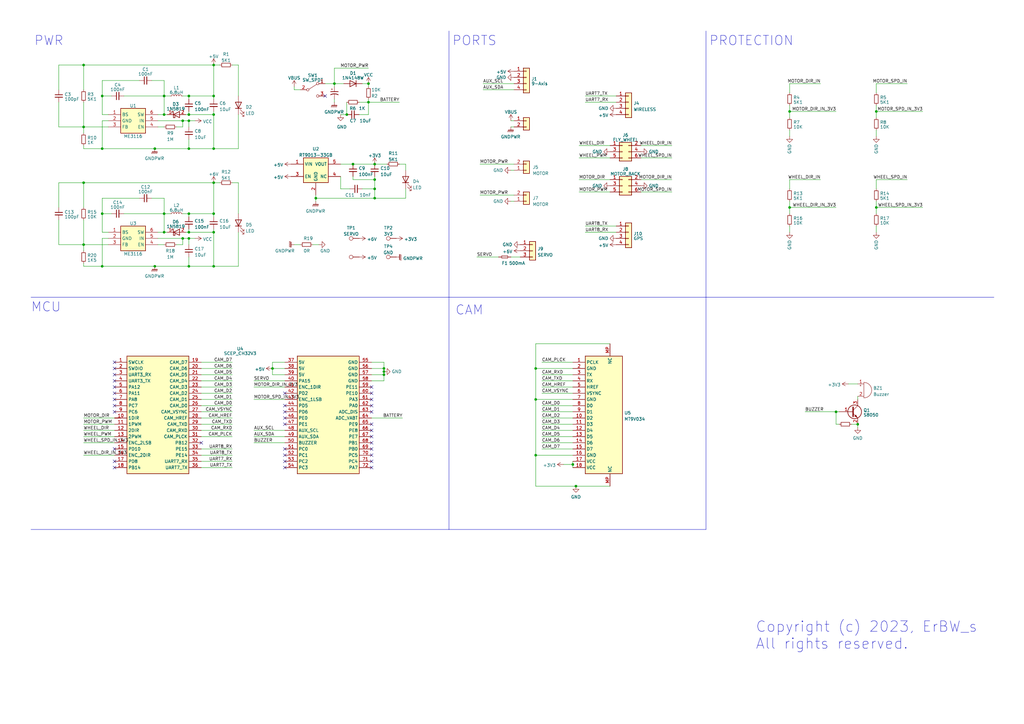
<source format=kicad_sch>
(kicad_sch (version 20230121) (generator eeschema)
  (paper "A3")
  (junction (at 77.47 60.96))
  (junction (at 144.78 67.31))
  (junction (at 41.91 109.22))
  (junction (at 77.47 109.22))
  (junction (at 87.63 60.96))
  (junction (at 63.5 60.96))
  (junction (at 77.47 39.37))
  (junction (at 74.93 97.79))
  (junction (at 34.29 100.33))
  (junction (at 87.63 87.63))
  (junction (at 87.63 74.93))
  (junction (at 157.48 153.67))
  (junction (at 77.47 97.79))
  (junction (at 77.47 87.63))
  (junction (at 87.63 109.22))
  (junction (at 87.63 26.67))
  (junction (at 137.16 34.29))
  (junction (at 359.41 85.09))
  (junction (at 219.71 163.83))
  (junction (at 67.31 39.37))
  (junction (at 63.5 109.22))
  (junction (at 87.63 95.25))
  (junction (at 34.29 74.93))
  (junction (at 236.22 199.39))
  (junction (at 34.29 26.67))
  (junction (at 67.31 95.25))
  (junction (at 41.91 60.96))
  (junction (at 157.48 152.4))
  (junction (at 234.95 190.5))
  (junction (at 219.71 186.69))
  (junction (at 323.85 45.72))
  (junction (at 111.76 151.13))
  (junction (at 219.71 151.13))
  (junction (at 129.54 81.28))
  (junction (at 34.29 52.07))
  (junction (at 153.67 67.31))
  (junction (at 77.47 49.53))
  (junction (at 41.91 87.63))
  (junction (at 359.41 45.72))
  (junction (at 342.9 168.91))
  (junction (at 157.48 151.13))
  (junction (at 74.93 49.53))
  (junction (at 151.13 34.29))
  (junction (at 153.67 81.28))
  (junction (at 87.63 46.99))
  (junction (at 67.31 87.63))
  (junction (at 351.79 173.99))
  (junction (at 41.91 39.37))
  (junction (at 151.13 41.91))
  (junction (at 77.47 46.99))
  (junction (at 323.85 85.09))
  (junction (at 67.31 46.99))
  (junction (at 153.67 73.66))
  (junction (at 77.47 95.25))
  (junction (at 142.24 46.99))
  (junction (at 153.67 77.47))
  (junction (at 87.63 39.37))
  (no_connect (at 152.4 173.99))
  (no_connect (at 152.4 176.53))
  (no_connect (at 116.84 161.29))
  (no_connect (at 46.99 189.23))
  (no_connect (at 152.4 179.07))
  (no_connect (at 46.99 184.15))
  (no_connect (at 152.4 184.15))
  (no_connect (at 152.4 186.69))
  (no_connect (at 82.55 181.61))
  (no_connect (at 116.84 186.69))
  (no_connect (at 46.99 158.75))
  (no_connect (at 152.4 189.23))
  (no_connect (at 152.4 161.29))
  (no_connect (at 116.84 189.23))
  (no_connect (at 116.84 191.77))
  (no_connect (at 133.35 39.37))
  (no_connect (at 46.99 168.91))
  (no_connect (at 152.4 163.83))
  (no_connect (at 116.84 166.37))
  (no_connect (at 152.4 158.75))
  (no_connect (at 46.99 166.37))
  (no_connect (at 152.4 166.37))
  (no_connect (at 152.4 181.61))
  (no_connect (at 152.4 168.91))
  (no_connect (at 116.84 168.91))
  (no_connect (at 116.84 184.15))
  (no_connect (at 116.84 173.99))
  (no_connect (at 46.99 156.21))
  (no_connect (at 116.84 171.45))
  (no_connect (at 46.99 161.29))
  (no_connect (at 46.99 151.13))
  (no_connect (at 46.99 163.83))
  (no_connect (at 46.99 148.59))
  (no_connect (at 46.99 191.77))
  (no_connect (at 152.4 191.77))
  (no_connect (at 46.99 153.67))
  (wire (pts (xy 137.16 40.64) (xy 137.16 41.91)))
  (wire (pts (xy 240.03 39.37) (xy 252.73 39.37)))
  (wire (pts (xy 41.91 97.79) (xy 41.91 109.22)))
  (wire (pts (xy 50.8 39.37) (xy 67.31 39.37)))
  (wire (pts (xy 323.85 43.18) (xy 323.85 45.72)))
  (wire (pts (xy 64.77 100.33) (xy 67.31 100.33)))
  (wire (pts (xy 144.78 67.31) (xy 153.67 67.31)))
  (wire (pts (xy 152.4 153.67) (xy 157.48 153.67)))
  (wire (pts (xy 166.37 81.28) (xy 153.67 81.28)))
  (wire (pts (xy 77.47 49.53) (xy 77.47 52.07)))
  (wire (pts (xy 151.13 34.29) (xy 151.13 35.56)))
  (wire (pts (xy 219.71 163.83) (xy 234.95 163.83)))
  (wire (pts (xy 41.91 39.37) (xy 41.91 33.02)))
  (wire (pts (xy 275.59 64.77) (xy 262.89 64.77)))
  (wire (pts (xy 41.91 49.53) (xy 41.91 60.96)))
  (wire (pts (xy 34.29 109.22) (xy 41.91 109.22)))
  (wire (pts (xy 323.85 82.55) (xy 323.85 85.09)))
  (wire (pts (xy 104.14 158.75) (xy 116.84 158.75)))
  (polyline (pts (xy 184.15 12.7) (xy 184.15 121.92)))
  (polyline (pts (xy 289.56 121.92) (xy 407.67 121.92)))
  (polyline (pts (xy 12.7 121.92) (xy 184.15 121.92)))
  (wire (pts (xy 87.63 88.9) (xy 87.63 87.63)))
  (wire (pts (xy 275.59 78.74) (xy 262.89 78.74)))
  (wire (pts (xy 34.29 181.61) (xy 46.99 181.61)))
  (wire (pts (xy 72.39 100.33) (xy 74.93 100.33)))
  (wire (pts (xy 219.71 151.13) (xy 234.95 151.13)))
  (wire (pts (xy 104.14 179.07) (xy 116.84 179.07)))
  (wire (pts (xy 222.25 179.07) (xy 234.95 179.07)))
  (wire (pts (xy 95.25 163.83) (xy 82.55 163.83)))
  (wire (pts (xy 41.91 33.02) (xy 57.15 33.02)))
  (wire (pts (xy 336.55 73.66) (xy 323.85 73.66)))
  (wire (pts (xy 359.41 45.72) (xy 359.41 48.26)))
  (wire (pts (xy 87.63 109.22) (xy 87.63 95.25)))
  (wire (pts (xy 95.25 173.99) (xy 82.55 173.99)))
  (wire (pts (xy 234.95 189.23) (xy 234.95 190.5)))
  (wire (pts (xy 77.47 49.53) (xy 80.01 49.53)))
  (wire (pts (xy 77.47 60.96) (xy 87.63 60.96)))
  (wire (pts (xy 77.47 105.41) (xy 77.47 109.22)))
  (wire (pts (xy 77.47 87.63) (xy 77.47 88.9)))
  (wire (pts (xy 67.31 39.37) (xy 67.31 46.99)))
  (polyline (pts (xy 184.15 217.17) (xy 289.56 217.17)))
  (wire (pts (xy 323.85 55.88) (xy 323.85 53.34)))
  (wire (pts (xy 34.29 41.91) (xy 34.29 52.07)))
  (wire (pts (xy 41.91 60.96) (xy 63.5 60.96)))
  (wire (pts (xy 41.91 97.79) (xy 44.45 97.79)))
  (wire (pts (xy 129.54 81.28) (xy 129.54 80.01)))
  (wire (pts (xy 95.25 176.53) (xy 82.55 176.53)))
  (wire (pts (xy 240.03 92.71) (xy 252.73 92.71)))
  (wire (pts (xy 24.13 90.17) (xy 24.13 100.33)))
  (wire (pts (xy 234.95 190.5) (xy 234.95 191.77)))
  (wire (pts (xy 34.29 186.69) (xy 46.99 186.69)))
  (wire (pts (xy 41.91 95.25) (xy 41.91 87.63)))
  (wire (pts (xy 323.85 85.09) (xy 323.85 87.63)))
  (wire (pts (xy 209.55 69.85) (xy 210.82 69.85)))
  (wire (pts (xy 97.79 60.96) (xy 87.63 60.96)))
  (wire (pts (xy 359.41 95.25) (xy 359.41 92.71)))
  (wire (pts (xy 67.31 95.25) (xy 68.58 95.25)))
  (wire (pts (xy 323.85 45.72) (xy 323.85 48.26)))
  (wire (pts (xy 64.77 52.07) (xy 67.31 52.07)))
  (wire (pts (xy 139.7 67.31) (xy 144.78 67.31)))
  (wire (pts (xy 95.25 186.69) (xy 82.55 186.69)))
  (wire (pts (xy 63.5 109.22) (xy 77.47 109.22)))
  (wire (pts (xy 153.67 72.39) (xy 153.67 73.66)))
  (wire (pts (xy 63.5 60.96) (xy 77.47 60.96)))
  (wire (pts (xy 147.32 46.99) (xy 151.13 46.99)))
  (wire (pts (xy 323.85 85.09) (xy 342.9 85.09)))
  (wire (pts (xy 34.29 36.83) (xy 34.29 26.67)))
  (wire (pts (xy 359.41 85.09) (xy 359.41 87.63)))
  (wire (pts (xy 323.85 95.25) (xy 323.85 92.71)))
  (wire (pts (xy 342.9 173.99) (xy 342.9 168.91)))
  (wire (pts (xy 34.29 60.96) (xy 41.91 60.96)))
  (wire (pts (xy 87.63 26.67) (xy 87.63 39.37)))
  (wire (pts (xy 139.7 77.47) (xy 143.51 77.47)))
  (wire (pts (xy 166.37 77.47) (xy 166.37 81.28)))
  (wire (pts (xy 62.23 33.02) (xy 67.31 33.02)))
  (wire (pts (xy 323.85 73.66) (xy 323.85 77.47)))
  (wire (pts (xy 237.49 73.66) (xy 250.19 73.66)))
  (wire (pts (xy 137.16 34.29) (xy 137.16 35.56)))
  (wire (pts (xy 231.14 190.5) (xy 234.95 190.5)))
  (wire (pts (xy 95.25 148.59) (xy 82.55 148.59)))
  (wire (pts (xy 222.25 158.75) (xy 234.95 158.75)))
  (wire (pts (xy 372.11 34.29) (xy 359.41 34.29)))
  (wire (pts (xy 198.12 36.83) (xy 210.82 36.83)))
  (wire (pts (xy 41.91 81.28) (xy 57.15 81.28)))
  (wire (pts (xy 95.25 151.13) (xy 82.55 151.13)))
  (wire (pts (xy 330.2 168.91) (xy 342.9 168.91)))
  (wire (pts (xy 95.25 26.67) (xy 97.79 26.67)))
  (polyline (pts (xy 184.15 121.92) (xy 289.56 121.92)))
  (wire (pts (xy 95.25 161.29) (xy 82.55 161.29)))
  (wire (pts (xy 133.35 34.29) (xy 137.16 34.29)))
  (wire (pts (xy 130.81 100.33) (xy 128.27 100.33)))
  (wire (pts (xy 87.63 45.72) (xy 87.63 46.99)))
  (wire (pts (xy 166.37 67.31) (xy 166.37 69.85)))
  (wire (pts (xy 139.7 46.99) (xy 142.24 46.99)))
  (wire (pts (xy 67.31 46.99) (xy 64.77 46.99)))
  (wire (pts (xy 219.71 186.69) (xy 219.71 199.39)))
  (wire (pts (xy 209.55 105.41) (xy 213.36 105.41)))
  (wire (pts (xy 237.49 78.74) (xy 250.19 78.74)))
  (wire (pts (xy 34.29 74.93) (xy 87.63 74.93)))
  (wire (pts (xy 41.91 95.25) (xy 44.45 95.25)))
  (wire (pts (xy 77.47 93.98) (xy 77.47 95.25)))
  (wire (pts (xy 323.85 34.29) (xy 323.85 38.1)))
  (wire (pts (xy 120.65 35.56) (xy 120.65 36.83)))
  (wire (pts (xy 67.31 95.25) (xy 64.77 95.25)))
  (wire (pts (xy 77.47 39.37) (xy 77.47 40.64)))
  (wire (pts (xy 359.41 34.29) (xy 359.41 38.1)))
  (wire (pts (xy 24.13 74.93) (xy 34.29 74.93)))
  (wire (pts (xy 111.76 151.13) (xy 116.84 151.13)))
  (wire (pts (xy 157.48 148.59) (xy 152.4 148.59)))
  (wire (pts (xy 44.45 52.07) (xy 34.29 52.07)))
  (wire (pts (xy 95.25 184.15) (xy 82.55 184.15)))
  (wire (pts (xy 104.14 181.61) (xy 116.84 181.61)))
  (wire (pts (xy 222.25 166.37) (xy 234.95 166.37)))
  (wire (pts (xy 87.63 74.93) (xy 87.63 87.63)))
  (wire (pts (xy 87.63 40.64) (xy 87.63 39.37)))
  (wire (pts (xy 67.31 33.02) (xy 67.31 39.37)))
  (wire (pts (xy 222.25 156.21) (xy 234.95 156.21)))
  (wire (pts (xy 41.91 49.53) (xy 44.45 49.53)))
  (wire (pts (xy 336.55 34.29) (xy 323.85 34.29)))
  (wire (pts (xy 351.79 173.99) (xy 351.79 175.26)))
  (wire (pts (xy 153.67 73.66) (xy 153.67 77.47)))
  (wire (pts (xy 95.25 179.07) (xy 82.55 179.07)))
  (wire (pts (xy 76.2 95.25) (xy 77.47 95.25)))
  (wire (pts (xy 250.19 140.97) (xy 219.71 140.97)))
  (wire (pts (xy 34.29 52.07) (xy 34.29 54.61)))
  (wire (pts (xy 157.48 156.21) (xy 157.48 153.67)))
  (wire (pts (xy 222.25 181.61) (xy 234.95 181.61)))
  (wire (pts (xy 351.79 162.56) (xy 351.79 163.83)))
  (wire (pts (xy 137.16 34.29) (xy 140.97 34.29)))
  (wire (pts (xy 153.67 67.31) (xy 158.75 67.31)))
  (wire (pts (xy 34.29 85.09) (xy 34.29 74.93)))
  (wire (pts (xy 50.8 87.63) (xy 67.31 87.63)))
  (wire (pts (xy 87.63 87.63) (xy 77.47 87.63)))
  (wire (pts (xy 195.58 105.41) (xy 204.47 105.41)))
  (wire (pts (xy 87.63 95.25) (xy 77.47 95.25)))
  (wire (pts (xy 34.29 176.53) (xy 46.99 176.53)))
  (wire (pts (xy 142.24 41.91) (xy 142.24 46.99)))
  (wire (pts (xy 120.65 36.83) (xy 123.19 36.83)))
  (wire (pts (xy 87.63 46.99) (xy 77.47 46.99)))
  (wire (pts (xy 24.13 100.33) (xy 34.29 100.33)))
  (wire (pts (xy 67.31 46.99) (xy 68.58 46.99)))
  (wire (pts (xy 219.71 151.13) (xy 219.71 163.83)))
  (wire (pts (xy 104.14 176.53) (xy 116.84 176.53)))
  (wire (pts (xy 24.13 41.91) (xy 24.13 52.07)))
  (wire (pts (xy 97.79 46.99) (xy 97.79 60.96)))
  (wire (pts (xy 67.31 87.63) (xy 67.31 95.25)))
  (wire (pts (xy 344.17 173.99) (xy 342.9 173.99)))
  (wire (pts (xy 34.29 107.95) (xy 34.29 109.22)))
  (wire (pts (xy 64.77 49.53) (xy 74.93 49.53)))
  (wire (pts (xy 74.93 52.07) (xy 74.93 49.53)))
  (wire (pts (xy 97.79 26.67) (xy 97.79 39.37)))
  (wire (pts (xy 34.29 179.07) (xy 46.99 179.07)))
  (wire (pts (xy 95.25 189.23) (xy 82.55 189.23)))
  (polyline (pts (xy 289.56 217.17) (xy 289.56 121.92)))
  (wire (pts (xy 95.25 168.91) (xy 82.55 168.91)))
  (wire (pts (xy 41.91 39.37) (xy 45.72 39.37)))
  (wire (pts (xy 144.78 73.66) (xy 153.67 73.66)))
  (wire (pts (xy 240.03 41.91) (xy 252.73 41.91)))
  (wire (pts (xy 196.85 80.01) (xy 210.82 80.01)))
  (wire (pts (xy 95.25 156.21) (xy 82.55 156.21)))
  (wire (pts (xy 151.13 46.99) (xy 151.13 41.91)))
  (wire (pts (xy 44.45 100.33) (xy 34.29 100.33)))
  (wire (pts (xy 87.63 39.37) (xy 77.47 39.37)))
  (wire (pts (xy 24.13 85.09) (xy 24.13 74.93)))
  (wire (pts (xy 157.48 151.13) (xy 157.48 152.4)))
  (wire (pts (xy 76.2 46.99) (xy 77.47 46.99)))
  (wire (pts (xy 222.25 148.59) (xy 234.95 148.59)))
  (wire (pts (xy 77.47 109.22) (xy 87.63 109.22)))
  (wire (pts (xy 95.25 158.75) (xy 82.55 158.75)))
  (wire (pts (xy 111.76 148.59) (xy 111.76 151.13)))
  (wire (pts (xy 137.16 27.94) (xy 151.13 27.94)))
  (wire (pts (xy 67.31 87.63) (xy 69.85 87.63)))
  (wire (pts (xy 74.93 39.37) (xy 77.47 39.37)))
  (wire (pts (xy 236.22 199.39) (xy 250.19 199.39)))
  (wire (pts (xy 41.91 46.99) (xy 41.91 39.37)))
  (wire (pts (xy 97.79 95.25) (xy 97.79 109.22)))
  (wire (pts (xy 347.98 157.48) (xy 351.79 157.48)))
  (wire (pts (xy 111.76 153.67) (xy 111.76 151.13)))
  (wire (pts (xy 152.4 171.45) (xy 165.1 171.45)))
  (wire (pts (xy 151.13 41.91) (xy 163.83 41.91)))
  (wire (pts (xy 222.25 161.29) (xy 234.95 161.29)))
  (wire (pts (xy 95.25 191.77) (xy 82.55 191.77)))
  (wire (pts (xy 77.47 57.15) (xy 77.47 60.96)))
  (wire (pts (xy 342.9 168.91) (xy 344.17 168.91)))
  (wire (pts (xy 104.14 156.21) (xy 116.84 156.21)))
  (wire (pts (xy 148.59 77.47) (xy 153.67 77.47)))
  (wire (pts (xy 67.31 81.28) (xy 67.31 87.63)))
  (wire (pts (xy 222.25 173.99) (xy 234.95 173.99)))
  (wire (pts (xy 157.48 148.59) (xy 157.48 151.13)))
  (wire (pts (xy 74.93 97.79) (xy 77.47 97.79)))
  (wire (pts (xy 64.77 97.79) (xy 74.93 97.79)))
  (wire (pts (xy 323.85 45.72) (xy 342.9 45.72)))
  (wire (pts (xy 74.93 100.33) (xy 74.93 97.79)))
  (wire (pts (xy 129.54 82.55) (xy 129.54 81.28)))
  (wire (pts (xy 41.91 109.22) (xy 63.5 109.22)))
  (wire (pts (xy 139.7 72.39) (xy 139.7 77.47)))
  (wire (pts (xy 237.49 59.69) (xy 250.19 59.69)))
  (wire (pts (xy 72.39 52.07) (xy 74.93 52.07)))
  (wire (pts (xy 275.59 59.69) (xy 262.89 59.69)))
  (wire (pts (xy 222.25 168.91) (xy 234.95 168.91)))
  (wire (pts (xy 152.4 156.21) (xy 157.48 156.21)))
  (wire (pts (xy 275.59 73.66) (xy 262.89 73.66)))
  (wire (pts (xy 34.29 173.99) (xy 46.99 173.99)))
  (wire (pts (xy 219.71 163.83) (xy 219.71 186.69)))
  (polyline (pts (xy 184.15 121.92) (xy 184.15 217.17)))
  (wire (pts (xy 74.93 87.63) (xy 77.47 87.63)))
  (wire (pts (xy 87.63 60.96) (xy 87.63 46.99)))
  (wire (pts (xy 372.11 73.66) (xy 359.41 73.66)))
  (wire (pts (xy 77.47 97.79) (xy 77.47 100.33)))
  (wire (pts (xy 87.63 93.98) (xy 87.63 95.25)))
  (wire (pts (xy 97.79 109.22) (xy 87.63 109.22)))
  (wire (pts (xy 359.41 82.55) (xy 359.41 85.09)))
  (wire (pts (xy 359.41 43.18) (xy 359.41 45.72)))
  (wire (pts (xy 349.25 173.99) (xy 351.79 173.99)))
  (wire (pts (xy 41.91 87.63) (xy 41.91 81.28)))
  (wire (pts (xy 151.13 41.91) (xy 147.32 41.91)))
  (wire (pts (xy 90.17 26.67) (xy 87.63 26.67)))
  (wire (pts (xy 77.47 97.79) (xy 80.01 97.79)))
  (wire (pts (xy 74.93 49.53) (xy 77.47 49.53)))
  (wire (pts (xy 34.29 90.17) (xy 34.29 100.33)))
  (wire (pts (xy 198.12 34.29) (xy 210.82 34.29)))
  (wire (pts (xy 34.29 171.45) (xy 46.99 171.45)))
  (wire (pts (xy 209.55 49.53) (xy 210.82 49.53)))
  (wire (pts (xy 148.59 34.29) (xy 151.13 34.29)))
  (wire (pts (xy 157.48 153.67) (xy 157.48 152.4)))
  (wire (pts (xy 359.41 55.88) (xy 359.41 53.34)))
  (wire (pts (xy 209.55 82.55) (xy 210.82 82.55)))
  (wire (pts (xy 151.13 40.64) (xy 151.13 41.91)))
  (wire (pts (xy 77.47 45.72) (xy 77.47 46.99)))
  (wire (pts (xy 41.91 87.63) (xy 45.72 87.63)))
  (wire (pts (xy 67.31 39.37) (xy 69.85 39.37)))
  (wire (pts (xy 104.14 163.83) (xy 116.84 163.83)))
  (wire (pts (xy 41.91 46.99) (xy 44.45 46.99)))
  (wire (pts (xy 24.13 26.67) (xy 34.29 26.67)))
  (wire (pts (xy 153.67 77.47) (xy 153.67 81.28)))
  (wire (pts (xy 209.55 52.07) (xy 210.82 52.07)))
  (wire (pts (xy 152.4 151.13) (xy 157.48 151.13)))
  (wire (pts (xy 219.71 186.69) (xy 234.95 186.69)))
  (polyline (pts (xy 12.7 217.17) (xy 184.15 217.17)))
  (wire (pts (xy 116.84 153.67) (xy 111.76 153.67)))
  (wire (pts (xy 219.71 199.39) (xy 236.22 199.39)))
  (wire (pts (xy 24.13 36.83) (xy 24.13 26.67)))
  (wire (pts (xy 116.84 148.59) (xy 111.76 148.59)))
  (wire (pts (xy 219.71 140.97) (xy 219.71 151.13)))
  (wire (pts (xy 240.03 95.25) (xy 252.73 95.25)))
  (wire (pts (xy 222.25 153.67) (xy 234.95 153.67)))
  (wire (pts (xy 34.29 100.33) (xy 34.29 102.87)))
  (wire (pts (xy 95.25 153.67) (xy 82.55 153.67)))
  (wire (pts (xy 123.19 100.33) (xy 120.65 100.33)))
  (wire (pts (xy 222.25 176.53) (xy 234.95 176.53)))
  (wire (pts (xy 90.17 74.93) (xy 87.63 74.93)))
  (wire (pts (xy 24.13 52.07) (xy 34.29 52.07)))
  (wire (pts (xy 137.16 27.94) (xy 137.16 34.29)))
  (wire (pts (xy 359.41 45.72) (xy 378.46 45.72)))
  (wire (pts (xy 95.25 166.37) (xy 82.55 166.37)))
  (wire (pts (xy 359.41 73.66) (xy 359.41 77.47)))
  (wire (pts (xy 153.67 81.28) (xy 129.54 81.28)))
  (wire (pts (xy 97.79 74.93) (xy 97.79 87.63)))
  (wire (pts (xy 62.23 81.28) (xy 67.31 81.28)))
  (wire (pts (xy 95.25 171.45) (xy 82.55 171.45)))
  (wire (pts (xy 34.29 26.67) (xy 87.63 26.67)))
  (wire (pts (xy 359.41 85.09) (xy 378.46 85.09)))
  (wire (pts (xy 237.49 64.77) (xy 250.19 64.77)))
  (wire (pts (xy 163.83 67.31) (xy 166.37 67.31)))
  (wire (pts (xy 196.85 67.31) (xy 210.82 67.31)))
  (polyline (pts (xy 289.56 12.7) (xy 289.56 121.92)))
  (wire (pts (xy 34.29 59.69) (xy 34.29 60.96)))
  (wire (pts (xy 222.25 184.15) (xy 234.95 184.15)))
  (wire (pts (xy 144.78 72.39) (xy 144.78 73.66)))
  (wire (pts (xy 222.25 171.45) (xy 234.95 171.45)))
  (wire (pts (xy 95.25 74.93) (xy 97.79 74.93)))
  (text "PWR" (at 13.97 19.05 0) (effects (font (size 3.81 3.81)) (justify left bottom)))
  (text "PORTS" (at 185.42 19.05 0) (effects (font (size 3.81 3.81)) (justify left bottom)))
  (text "MCU" (at 12.7 128.27 0) (effects (font (size 3.81 3.81)) (justify left bottom)))
  (text "Copyright (c) 2023, ErBW_s\nAll rights reserved." (at 309.88 266.7 0) (effects (font (size 4.318 4.318)) (justify left bottom)))
  (text "PROTECTION" (at 290.83 19.05 0) (effects (font (size 3.81 3.81)) (justify left bottom)))
  (text "CAM" (at 186.69 129.54 0) (effects (font (size 3.81 3.81)) (justify left bottom)))
  (label "WHEEL_DIR_IN" (at 336.55 73.66 180))
  (label "CAM_D0" (at 95.25 166.37 180))
  (label "MOTOR_DIR" (at 34.29 171.45 0))
  (label "WHEEL_DIR" (at 237.49 59.69 0))
  (label "UART7_TX" (at 95.25 191.77 180))
  (label "CAM_D4" (at 222.25 176.53 0))
  (label "UART8_TX" (at 240.03 92.71 0))
  (label "CAM_D3" (at 95.25 158.75 180))
  (label "AUX_SCL" (at 198.12 34.29 0))
  (label "MOTOR_PWR" (at 196.85 67.31 0))
  (label "MOTOR_SPD_IN_3V3" (at 104.14 163.83 0))
  (label "CAM_D0" (at 222.25 166.37 0))
  (label "BATTERY" (at 163.83 41.91 180))
  (label "CAM_RXD" (at 95.25 176.53 180))
  (label "CAM_D2" (at 95.25 161.29 180))
  (label "WHEEL_SPD_IN_3V3" (at 34.29 181.61 0))
  (label "CAM_D1" (at 222.25 168.91 0))
  (label "CAM_VSYNC" (at 95.25 168.91 180))
  (label "MOTOR_DIR_IN_3V3" (at 342.9 45.72 180))
  (label "MOTOR_SPD_IN" (at 275.59 78.74 180))
  (label "WHEEL_DIR_IN_3V3" (at 342.9 85.09 180))
  (label "CAM_D7" (at 222.25 184.15 0))
  (label "AUX_SCL" (at 104.14 176.53 0))
  (label "WHEEL_SPD_IN" (at 372.11 73.66 180))
  (label "CAM_D2" (at 222.25 171.45 0))
  (label "MOTOR_SPD_IN_3V3" (at 378.46 45.72 180))
  (label "CAM_HREF" (at 222.25 158.75 0))
  (label "AUX_SDA" (at 198.12 36.83 0))
  (label "CAM_D6" (at 222.25 181.61 0))
  (label "CAM_D1" (at 95.25 163.83 180))
  (label "CAM_D5" (at 95.25 153.67 180))
  (label "CAM_VSYNC" (at 222.25 161.29 0))
  (label "AUX_SDA" (at 104.14 179.07 0))
  (label "CAM_PLCK" (at 95.25 179.07 180))
  (label "WHEEL_PWM" (at 237.49 64.77 0))
  (label "SERVO" (at 195.58 105.41 0))
  (label "UART8_TX" (at 95.25 186.69 180))
  (label "CAM_PLCK" (at 222.25 148.59 0))
  (label "UART7_RX" (at 95.25 189.23 180))
  (label "CAM_D5" (at 222.25 179.07 0))
  (label "MOTOR_DIR" (at 237.49 73.66 0))
  (label "BUZZER" (at 330.2 168.91 0))
  (label "WHEEL_SPD_IN_3V3" (at 378.46 85.09 180))
  (label "MOTOR_PWR" (at 151.13 27.94 180))
  (label "MOTOR_SPD_IN" (at 372.11 34.29 180))
  (label "CAM_RXD" (at 222.25 153.67 0))
  (label "CAM_D4" (at 95.25 156.21 180))
  (label "BUZZER" (at 104.14 181.61 0))
  (label "MOTOR_PWR" (at 196.85 80.01 0))
  (label "CAM_TXD" (at 95.25 173.99 180))
  (label "CAM_HREF" (at 95.25 171.45 180))
  (label "MOTOR_DIR_IN" (at 275.59 73.66 180))
  (label "WHEEL_DIR" (at 34.29 176.53 0))
  (label "CAM_D3" (at 222.25 173.99 0))
  (label "WHEEL_DIR_IN_3V3" (at 34.29 186.69 0))
  (label "SERVO" (at 104.14 156.21 0))
  (label "CAM_D6" (at 95.25 151.13 180))
  (label "WHEEL_DIR_IN" (at 275.59 59.69 180))
  (label "CAM_TXD" (at 222.25 156.21 0))
  (label "UART7_RX" (at 240.03 41.91 0))
  (label "MOTOR_PWM" (at 237.49 78.74 0))
  (label "MOTOR_PWM" (at 34.29 173.99 0))
  (label "CAM_D7" (at 95.25 148.59 180))
  (label "WHEEL_SPD_IN" (at 275.59 64.77 180))
  (label "BATTERY" (at 165.1 171.45 180))
  (label "UART8_RX" (at 240.03 95.25 0))
  (label "MOTOR_DIR_IN_3V3" (at 104.14 158.75 0))
  (label "UART8_RX" (at 95.25 184.15 180))
  (label "MOTOR_DIR_IN" (at 336.55 34.29 180))
  (label "WHEEL_PWM" (at 34.29 179.07 0))
  (label "UART7_TX" (at 240.03 39.37 0))
  (symbol (lib_id "power:GND") (at 210.82 31.75 270) (unit 1)
    (property "Reference" "#PWR04" (effects hide))
    (property "Value" "GND" (at 207.645 31.75 90) (effects (justify right)))
  )
  (symbol (lib_id "power:GND") (at 209.55 82.55 270) (unit 1)
    (property "Reference" "#PWR03" (effects hide))
    (property "Value" "GND" (at 206.375 82.55 90) (effects (justify right)))
  )
  (symbol (lib_id "Device:R_Small") (at 34.29 87.63 180) (unit 1)
    (property "Reference" "R15" (at 35.7886 86.9863 0) (effects (justify right)))
    (property "Value" "10K" (at 35.7886 88.9073 0) (effects (justify right)))
    (property "Footprint" "ErBW_s:R_0402" (effects hide))
  )
  (symbol (lib_id "power:GND") (at 262.89 62.23 90) (unit 1)
    (property "Reference" "#PWR021" (effects hide))
    (property "Value" "GND" (at 266.065 62.23 90) (effects (justify right)))
  )
  (symbol (lib_id "power:GND") (at 323.85 95.25 0) (unit 1)
    (property "Reference" "#PWR028" (effects hide))
    (property "Value" "GND" (at 323.85 98.425 90) (effects (justify right)))
  )
  (symbol (lib_id "power:+5V") (at 210.82 29.21 90) (unit 1)
    (property "Reference" "#PWR02" (effects hide))
    (property "Value" "+5V" (at 207.6451 29.5268 90) (effects (justify left)))
  )
  (symbol (lib_id "power:+6V") (at 147.32 97.79 270) (unit 1)
    (property "Reference" "#PWR031" (effects hide))
    (property "Value" "+6V" (at 150.495 98.1068 90) (effects (justify left)))
  )
  (symbol (lib_id "power:GND") (at 236.22 199.39 0) (unit 1)
    (property "Reference" "#PWR043" (effects hide))
    (property "Value" "GND" (at 236.22 203.8334 0))
  )
  (symbol (lib_id "Device:C_Small") (at 144.78 69.85 0) (unit 1)
    (property "Reference" "C9" (at 147.1041 69.0216 0) (effects (justify left)))
    (property "Value" "100nF" (at 147.1041 71.5585 0) (effects (justify left)))
    (property "Footprint" "ErBW_s:C_0402" (effects hide))
  )
  (symbol (lib_id "power:GND") (at 351.79 175.26 0) (unit 1)
    (property "Reference" "#PWR045" (effects hide))
    (property "Value" "GND" (at 351.79 179.7034 0))
  )
  (symbol (lib_id "Device:R_Small") (at 323.85 80.01 180) (unit 1)
    (property "Reference" "R13" (at 325.3486 79.3663 0) (effects (justify right)))
    (property "Value" "5K1" (at 325.3486 81.2873 0) (effects (justify right)))
    (property "Footprint" "ErBW_s:R_0402" (effects hide))
  )
  (symbol (lib_id "Diode:1N4148W") (at 144.78 34.29 180) (unit 1)
    (property "Reference" "D1" (at 144.78 30.0101 0))
    (property "Value" "1N4148W" (at 144.78 31.9311 0))
    (property "Footprint" "Diode_SMD:D_SMA" (effects hide))
    (property "Datasheet" "https://www.vishay.com/docs/85748/1n4148w.pdf" (effects hide))
    (property "Sim.Device" "D" (effects hide))
    (property "Sim.Pins" "1=K 2=A" (effects hide))
  )
  (symbol (lib_id "power:+5V") (at 252.73 46.99 90) (unit 1)
    (property "Reference" "#PWR013" (effects hide))
    (property "Value" "+5V" (at 249.5551 47.3068 90) (effects (justify left)))
  )
  (symbol (lib_id "power:GND") (at 323.85 55.88 0) (unit 1)
    (property "Reference" "#PWR014" (effects hide))
    (property "Value" "GND" (at 323.85 59.055 90) (effects (justify right)))
  )
  (symbol (lib_id "power:GNDPWR") (at 63.5 109.22 0) (unit 1)
    (property "Reference" "#PWR039" (effects hide))
    (property "Value" "GNDPWR" (at 63.373 113.257 0))
  )
  (symbol (lib_id "power:+3V3") (at 231.14 190.5 90) (unit 1)
    (property "Reference" "#PWR042" (effects hide))
    (property "Value" "+3V3" (at 227.965 190.8168 90) (effects (justify left)))
  )
  (symbol (lib_id "Switch:SW_SPDT") (at 128.27 36.83 0) (unit 1)
    (property "Reference" "SW1" (at 128.27 30.8991 0))
    (property "Value" "SW_SPDT" (at 128.27 32.8201 0))
    (property "Footprint" "ErBW_s:SPDT_MTS_102" (effects hide))
  )
  (symbol (lib_id "power:GNDPWR") (at 209.55 52.07 0) (unit 1)
    (property "Reference" "#PWR011" (effects hide))
    (property "Value" "GNDPWR" (at 209.423 56.107 0))
  )
  (symbol (lib_id "Device:LED") (at 97.79 43.18 90) (unit 1)
    (property "Reference" "D2" (at 100.711 43.9328 90) (effects (justify right)))
    (property "Value" "LED" (at 100.711 46.4697 90) (effects (justify right)))
    (property "Footprint" "LED_SMD:LED_0603_1608Metric" (effects hide))
  )
  (symbol (lib_id "Device:R_Small") (at 359.41 80.01 180) (unit 1)
    (property "Reference" "R14" (at 360.9086 79.3663 0) (effects (justify right)))
    (property "Value" "5K1" (at 360.9086 81.2873 0) (effects (justify right)))
    (property "Footprint" "ErBW_s:R_0402" (effects hide))
  )
  (symbol (lib_id "ErBW_s:ME3116") (at 54.61 97.79 0) (unit 1)
    (property "Reference" "U3" (at 54.61 91.6211 0))
    (property "Value" "ME3116" (at 54.61 104.14 0))
    (property "Footprint" "Package_TO_SOT_SMD:SOT-23-6" (effects hide))
  )
  (symbol (lib_id "power:+5V") (at 87.63 26.67 0) (unit 1)
    (property "Reference" "#PWR01" (effects hide))
    (property "Value" "+5V" (at 87.63 23.1681 0))
  )
  (symbol (lib_id "Device:R_Small") (at 323.85 50.8 180) (unit 1)
    (property "Reference" "R7" (at 325.3486 50.1563 0) (effects (justify right)))
    (property "Value" "10K" (at 325.3486 52.0773 0) (effects (justify right)))
    (property "Footprint" "ErBW_s:R_0402" (effects hide))
  )
  (symbol (lib_id "power:+3V3") (at 162.56 97.79 270) (unit 1)
    (property "Reference" "#PWR032" (effects hide))
    (property "Value" "+3V3" (at 165.735 98.1068 90) (effects (justify left)))
  )
  (symbol (lib_id "Device:L_Small") (at 72.39 39.37 90) (unit 1)
    (property "Reference" "L1" (at 72.39 35.9813 90))
    (property "Value" "6.8uH" (at 72.39 37.9023 90))
    (property "Footprint" "ErBW_s:L_NR201612" (effects hide))
  )
  (symbol (lib_id "power:GND") (at 252.73 97.79 270) (unit 1)
    (property "Reference" "#PWR046" (effects hide))
    (property "Value" "GND" (at 249.555 97.79 90) (effects (justify right)))
  )
  (symbol (lib_id "Device:R_Small") (at 359.41 50.8 180) (unit 1)
    (property "Reference" "R8" (at 360.9086 50.1563 0) (effects (justify right)))
    (property "Value" "10K" (at 360.9086 52.0773 0) (effects (justify right)))
    (property "Footprint" "ErBW_s:R_0402" (effects hide))
  )
  (symbol (lib_id "power:GND") (at 359.41 95.25 0) (unit 1)
    (property "Reference" "#PWR029" (effects hide))
    (property "Value" "GND" (at 359.41 98.425 90) (effects (justify right)))
  )
  (symbol (lib_id "Device:Buzzer") (at 354.33 160.02 0) (unit 1)
    (property "Reference" "BZ1" (at 358.14 159.1853 0) (effects (justify left)))
    (property "Value" "Buzzer" (at 358.14 161.7222 0) (effects (justify left)))
    (property "Footprint" "ErBW_s:DET-402-G-1" (effects hide))
  )
  (symbol (lib_id "Device:LED") (at 166.37 73.66 90) (unit 1)
    (property "Reference" "D4" (at 169.291 74.4128 90) (effects (justify right)))
    (property "Value" "LED" (at 169.291 76.9497 90) (effects (justify right)))
    (property "Footprint" "LED_SMD:LED_0603_1608Metric" (effects hide))
  )
  (symbol (lib_id "Device:LED") (at 97.79 91.44 90) (unit 1)
    (property "Reference" "D5" (at 100.711 92.1928 90) (effects (justify right)))
    (property "Value" "LED" (at 100.711 94.7297 90) (effects (justify right)))
    (property "Footprint" "LED_SMD:LED_0603_1608Metric" (effects hide))
  )
  (symbol (lib_id "Device:R_Small") (at 34.29 57.15 180) (unit 1)
    (property "Reference" "R10" (at 35.7886 56.5063 0) (effects (justify right)))
    (property "Value" "1K" (at 35.7886 58.4273 0) (effects (justify right)))
    (property "Footprint" "ErBW_s:R_0402" (effects hide))
  )
  (symbol (lib_id "Device:C_Small") (at 153.67 69.85 0) (unit 1)
    (property "Reference" "C10" (at 155.9941 69.0216 0) (effects (justify left)))
    (property "Value" "10uF" (at 155.9941 71.5585 0) (effects (justify left)))
    (property "Footprint" "ErBW_s:C_0402" (effects hide))
  )
  (symbol (lib_id "power:GND") (at 250.19 62.23 270) (unit 1)
    (property "Reference" "#PWR020" (effects hide))
    (property "Value" "GND" (at 247.015 62.23 90) (effects (justify right)))
  )
  (symbol (lib_id "Device:R_Small") (at 125.73 100.33 90) (unit 1)
    (property "Reference" "R19" (at 124.46 97.79 90) (effects (justify right)))
    (property "Value" "0R" (at 124.46 102.87 90) (effects (justify right)))
    (property "Footprint" "Resistor_SMD:R_1206_3216Metric_Pad1.30x1.75mm_HandSolder" (effects hide))
  )
  (symbol (lib_id "power:VBUS") (at 209.55 49.53 0) (unit 1)
    (property "Reference" "#PWR010" (effects hide))
    (property "Value" "VBUS" (at 209.55 45.9542 0))
  )
  (symbol (lib_id "Device:R_Small") (at 92.71 74.93 90) (unit 1)
    (property "Reference" "R12" (at 92.71 70.4936 90))
    (property "Value" "5K1" (at 92.71 73.0305 90))
    (property "Footprint" "ErBW_s:R_0402" (effects hide))
  )
  (symbol (lib_id "power:GNDPWR") (at 129.54 82.55 0) (unit 1)
    (property "Reference" "#PWR024" (effects hide))
    (property "Value" "GNDPWR" (at 129.413 86.587 0))
  )
  (symbol (lib_id "Device:Fuse_Small") (at 207.01 105.41 0) (unit 1)
    (property "Reference" "F1" (at 207.01 107.95 0))
    (property "Value" "500mA" (at 212.09 107.95 0))
    (property "Footprint" "Fuse:Fuse_0603_1608Metric" (effects hide))
  )
  (symbol (lib_id "Device:C_Small") (at 77.47 102.87 0) (unit 1)
    (property "Reference" "C17" (at 79.7941 102.0416 0) (effects (justify left)))
    (property "Value" "10uF" (at 79.7941 104.5785 0) (effects (justify left)))
    (property "Footprint" "ErBW_s:C_0402" (effects hide))
  )
  (symbol (lib_id "power:VCC") (at 80.01 97.79 270) (unit 1)
    (property "Reference" "#PWR030" (effects hide))
    (property "Value" "VCC" (at 83.185 98.1068 90) (effects (justify left)))
  )
  (symbol (lib_id "power:GND") (at 359.41 55.88 0) (unit 1)
    (property "Reference" "#PWR015" (effects hide))
    (property "Value" "GND" (at 359.41 59.055 90) (effects (justify right)))
  )
  (symbol (lib_id "Connector_Generic:Conn_01x02") (at 215.9 49.53 0) (unit 1)
    (property "Reference" "J3" (at 217.932 49.9653 0) (effects (justify left)))
    (property "Value" "PWR" (at 217.932 52.5022 0) (effects (justify left)))
    (property "Footprint" "ErBW_s:VCC_CONN" (effects hide))
    (property "Footprint" "Connector:VCC_CONN" (effects hide))
    (property "Reference" "J3" (effects hide))
    (property "Value" "PWR" (effects hide))
  )
  (symbol (lib_id "Device:C_Small") (at 48.26 87.63 90) (unit 1)
    (property "Reference" "C14" (at 48.2663 83.058 90))
    (property "Value" "100nF" (at 48.2663 84.979 90))
    (property "Footprint" "ErBW_s:C_0402" (effects hide))
  )
  (symbol (lib_id "Device:R_Small") (at 346.71 173.99 90) (unit 1)
    (property "Reference" "R21" (at 346.71 175.895 90))
    (property "Value" "10K" (at 346.71 177.8 90))
    (property "Footprint" "ErBW_s:R_0402" (effects hide))
    (property "Reference" "R21" (effects hide))
    (property "Value" "5K1" (effects hide))
  )
  (symbol (lib_id "power:GND") (at 209.55 69.85 270) (unit 1)
    (property "Reference" "#PWR07" (effects hide))
    (property "Value" "GND" (at 206.375 69.85 90) (effects (justify right)))
  )
  (symbol (lib_id "power:GND") (at 157.48 152.4 90) (unit 1)
    (property "Reference" "#PWR041" (effects hide))
    (property "Value" "GND" (at 160.655 152.4 90) (effects (justify right)))
  )
  (symbol (lib_id "Device:C_Small") (at 77.47 43.18 0) (unit 1)
    (property "Reference" "C5" (at 79.7941 42.3516 0) (effects (justify left)))
    (property "Value" "100nF" (at 79.7941 44.8885 0) (effects (justify left)))
    (property "Footprint" "ErBW_s:C_0402" (effects hide))
  )
  (symbol (lib_id "Device:R_Small") (at 323.85 40.64 180) (unit 1)
    (property "Reference" "R4" (at 325.3486 39.9963 0) (effects (justify right)))
    (property "Value" "5K1" (at 325.3486 41.9173 0) (effects (justify right)))
    (property "Footprint" "ErBW_s:R_0402" (effects hide))
  )
  (symbol (lib_id "Connector_Generic:Conn_01x04") (at 257.81 41.91 0) (unit 1)
    (property "Reference" "J4" (at 259.842 42.3453 0) (effects (justify left)))
    (property "Value" "WIRELESS" (at 259.842 44.8822 0) (effects (justify left)))
    (property "Footprint" "Connector_PinSocket_2.54mm:PinSocket_1x04_P2.54mm_Vertical" (effects hide))
  )
  (symbol (lib_id "Device:C_Small") (at 144.78 46.99 90) (unit 1)
    (property "Reference" "C7" (at 144.78 49.53 90))
    (property "Value" "10uF" (at 149.86 49.53 90))
    (property "Footprint" "ErBW_s:C_0402" (effects hide))
  )
  (symbol (lib_id "power:+5V") (at 252.73 100.33 90) (unit 1)
    (property "Reference" "#PWR047" (effects hide))
    (property "Value" "+5V" (at 249.5551 100.6468 90) (effects (justify left)))
  )
  (symbol (lib_id "power:VCC") (at 151.13 34.29 0) (unit 1)
    (property "Reference" "#PWR05" (effects hide))
    (property "Value" "VCC" (at 151.13 30.7142 0))
  )
  (symbol (lib_id "Device:C_Small") (at 146.05 77.47 90) (unit 1)
    (property "Reference" "C11" (at 143.51 80.01 90))
    (property "Value" "10nF" (at 149.86 80.01 90))
    (property "Footprint" "ErBW_s:C_0402" (effects hide))
  )
  (symbol (lib_id "power:GND") (at 213.36 100.33 270) (unit 1)
    (property "Reference" "#PWR035" (effects hide))
    (property "Value" "GND" (at 210.185 100.33 90) (effects (justify right)))
  )
  (symbol (lib_id "Connector:TestPoint") (at 147.32 105.41 90) (unit 1)
    (property "Reference" "TP3" (at 144.018 101.0752 90))
    (property "Value" "5V" (at 144.018 103.6121 90))
    (property "Footprint" "TestPoint:TestPoint_Pad_D1.0mm" (effects hide))
    (property "Footprint" "TestPoint:TestPoint_Pad_D2.5mm" (effects hide))
    (property "Reference" "TP3" (effects hide))
    (property "Value" "5V" (effects hide))
  )
  (symbol (lib_id "Connector_Generic:Conn_01x02") (at 215.9 82.55 0) (mirror x) (unit 1)
    (property "Reference" "J7" (at 218.44 81.28 0) (effects (justify left)))
    (property "Value" "MOTOR" (at 218.44 83.82 0) (effects (justify left)))
    (property "Footprint" "Connector_AMASS:AMASS_XT30PW-F_1x02_P2.50mm_Horizontal" (effects hide))
  )
  (symbol (lib_id "power:GND") (at 252.73 44.45 270) (unit 1)
    (property "Reference" "#PWR012" (effects hide))
    (property "Value" "GND" (at 249.555 44.45 90) (effects (justify right)))
  )
  (symbol (lib_id "Device:R_Small") (at 144.78 41.91 270) (unit 1)
    (property "Reference" "R6" (at 146.05 44.45 90) (effects (justify right)))
    (property "Value" "1K" (at 149.86 44.45 90) (effects (justify right)))
    (property "Footprint" "ErBW_s:R_0402" (effects hide))
  )
  (symbol (lib_id "power:GND") (at 262.89 76.2 90) (unit 1)
    (property "Reference" "#PWR027" (effects hide))
    (property "Value" "GND" (at 266.065 76.2 90) (effects (justify right)))
  )
  (symbol (lib_id "Device:R_Small") (at 359.41 40.64 180) (unit 1)
    (property "Reference" "R5" (at 360.9086 39.9963 0) (effects (justify right)))
    (property "Value" "5K1" (at 360.9086 41.9173 0) (effects (justify right)))
    (property "Footprint" "ErBW_s:R_0402" (effects hide))
  )
  (symbol (lib_id "Device:R_Small") (at 34.29 39.37 180) (unit 1)
    (property "Reference" "R3" (at 35.7886 38.7263 0) (effects (justify right)))
    (property "Value" "5K1" (at 35.7886 40.6473 0) (effects (justify right)))
    (property "Footprint" "ErBW_s:R_0402" (effects hide))
  )
  (symbol (lib_id "power:+5V") (at 119.38 72.39 90) (unit 1)
    (property "Reference" "#PWR022" (effects hide))
    (property "Value" "+5V" (at 116.2051 72.7068 90) (effects (justify left)))
  )
  (symbol (lib_id "Device:C_Small") (at 87.63 91.44 0) (unit 1)
    (property "Reference" "C16" (at 89.9541 90.6116 0) (effects (justify left)))
    (property "Value" "10uF" (at 89.9541 93.1485 0) (effects (justify left)))
    (property "Footprint" "ErBW_s:C_0402" (effects hide))
  )
  (symbol (lib_id "power:GNDPWR") (at 162.56 105.41 90) (unit 1)
    (property "Reference" "#PWR038" (effects hide))
    (property "Value" "GNDPWR" (at 165.3286 105.9708 90) (effects (justify right)))
  )
  (symbol (lib_id "Diode:1N5819WS") (at 72.39 46.99 0) (unit 1)
    (property "Reference" "D3" (at 72.0725 42.7101 0))
    (property "Value" "1N5819" (at 72.0725 44.6311 0))
    (property "Footprint" "ErBW_s:SOD-323" (effects hide))
    (property "Datasheet" "https://datasheet.lcsc.com/lcsc/2204281430_Guangdong-Hottech-1N5819WS_C191023.pdf" (effects hide))
  )
  (symbol (lib_id "Connector_Generic:Conn_02x03_Odd_Even") (at 255.27 62.23 0) (unit 1)
    (property "Reference" "J6" (at 256.54 55.4101 0))
    (property "Value" "FLY_WHEEL" (at 256.54 57.3311 0))
    (property "Footprint" "Connector_PinHeader_2.54mm:PinHeader_2x03_P2.54mm_Horizontal" (effects hide))
  )
  (symbol (lib_id "Device:L_Small") (at 72.39 87.63 90) (unit 1)
    (property "Reference" "L2" (at 72.39 84.2413 90))
    (property "Value" "6.8uH" (at 72.39 86.1623 90))
    (property "Footprint" "ErBW_s:L_NR201612" (effects hide))
  )
  (symbol (lib_id "Device:C_Polarized_Small_US") (at 137.16 38.1 0) (unit 1)
    (property "Reference" "C2" (at 139.4714 36.8335 0) (effects (justify left)))
    (property "Value" "470uF" (at 139.4714 39.3704 0) (effects (justify left)))
    (property "Footprint" "Capacitor_Tantalum_SMD:CP_EIA-7343-30_AVX-N" (effects hide))
    (property "Reference" "C2" (effects hide))
    (property "Value" "470uF" (effects hide))
  )
  (symbol (lib_id "Device:C_Small") (at 24.13 87.63 0) (unit 1)
    (property "Reference" "C13" (at 26.4541 86.9926 0) (effects (justify left)))
    (property "Value" "100pF" (at 26.4541 88.9136 0) (effects (justify left)))
    (property "Footprint" "ErBW_s:C_0402" (effects hide))
  )
  (symbol (lib_id "power:+5V") (at 119.38 67.31 90) (unit 1)
    (property "Reference" "#PWR017" (effects hide))
    (property "Value" "+5V" (at 116.2051 67.6268 90) (effects (justify left)))
  )
  (symbol (lib_id "Device:R_Small") (at 323.85 90.17 180) (unit 1)
    (property "Reference" "R16" (at 325.3486 89.5263 0) (effects (justify right)))
    (property "Value" "10K" (at 325.3486 91.4473 0) (effects (justify right)))
    (property "Footprint" "ErBW_s:R_0402" (effects hide))
  )
  (symbol (lib_id "Device:R_Small") (at 359.41 90.17 180) (unit 1)
    (property "Reference" "R17" (at 360.9086 89.5263 0) (effects (justify right)))
    (property "Value" "10K" (at 360.9086 91.4473 0) (effects (justify right)))
    (property "Footprint" "ErBW_s:R_0402" (effects hide))
  )
  (symbol (lib_id "power:VCC") (at 80.01 49.53 270) (unit 1)
    (property "Reference" "#PWR09" (effects hide))
    (property "Value" "VCC" (at 83.185 49.8468 90) (effects (justify left)))
  )
  (symbol (lib_id "Connector_Generic:Conn_01x03") (at 218.44 102.87 0) (unit 1)
    (property "Reference" "J9" (at 220.472 102.0353 0) (effects (justify left)))
    (property "Value" "SERVO" (at 220.472 104.5722 0) (effects (justify left)))
    (property "Footprint" "Connector_PinHeader_2.54mm:PinHeader_1x03_P2.54mm_Vertical" (effects hide))
  )
  (symbol (lib_id "Connector:TestPoint") (at 147.32 97.79 90) (unit 1)
    (property "Reference" "TP1" (at 144.018 93.4552 90))
    (property "Value" "SERVO" (at 144.018 95.9921 90))
    (property "Footprint" "TestPoint:TestPoint_Pad_D1.0mm" (effects hide))
  )
  (symbol (lib_id "Device:R_Small") (at 151.13 38.1 0) (unit 1)
    (property "Reference" "R2" (at 154.94 39.37 0) (effects (justify right)))
    (property "Value" "10K" (at 156.21 36.83 0) (effects (justify right)))
    (property "Footprint" "ErBW_s:R_0402" (effects hide))
  )
  (symbol (lib_id "power:GNDPWR") (at 137.16 41.91 0) (unit 1)
    (property "Reference" "#PWR08" (effects hide))
    (property "Value" "GNDPWR" (at 137.033 45.947 0))
  )
  (symbol (lib_id "Device:C_Small") (at 59.69 81.28 90) (unit 1)
    (property "Reference" "C12" (at 59.6963 76.708 90))
    (property "Value" "100nF" (at 59.6963 78.629 90))
    (property "Footprint" "ErBW_s:C_0402" (effects hide))
  )
  (symbol (lib_id "ErBW_s:RT9013-33GB") (at 129.54 69.85 0) (unit 1)
    (property "Reference" "U2" (at 129.54 61.0702 0))
    (property "Value" "RT9013-33GB" (at 129.54 63.6071 0))
    (property "Footprint" "Package_TO_SOT_SMD:SOT-23-5" (effects hide))
  )
  (symbol (lib_id "Device:R_Small") (at 161.29 67.31 90) (unit 1)
    (property "Reference" "R11" (at 161.29 62.8736 90))
    (property "Value" "5K1" (at 161.29 65.4105 90))
    (property "Footprint" "ErBW_s:R_0402" (effects hide))
  )
  (symbol (lib_id "ErBW_s:ME3116") (at 54.61 49.53 0) (unit 1)
    (property "Reference" "U1" (at 54.61 43.3611 0))
    (property "Value" "ME3116" (at 54.61 55.88 0))
    (property "Footprint" "Package_TO_SOT_SMD:SOT-23-6" (effects hide))
  )
  (symbol (lib_id "Diode:1N5819WS") (at 72.39 95.25 0) (unit 1)
    (property "Reference" "D6" (at 72.0725 90.9701 0))
    (property "Value" "1N5819" (at 72.0725 92.8911 0))
    (property "Footprint" "ErBW_s:SOD-323" (effects hide))
    (property "Datasheet" "https://datasheet.lcsc.com/lcsc/2204281430_Guangdong-Hottech-1N5819WS_C191023.pdf" (effects hide))
  )
  (symbol (lib_id "ErBW_s:SCEP_CH32V3") (at 99.06 170.18 0) (unit 1)
    (property "Reference" "U4" (at 98.4885 143.0401 0))
    (property "Value" "SCEP_CH32V3" (at 98.4885 144.9611 0))
    (property "Footprint" "ErBW_s:SCEP_CH32V3" (effects hide))
  )
  (symbol (lib_id "ErBW_s:MT9V034") (at 247.65 172.72 0) (unit 1)
    (property "Reference" "U5" (at 256.032 169.3453 0) (effects (justify left)))
    (property "Value" "MT9V034" (at 256.032 171.8822 0) (effects (justify left)))
    (property "Footprint" "Connector_FFC-FPC:Hirose_FH12-18S-0.5SH_1x18-1MP_P0.50mm_Horizontal" (effects hide))
  )
  (symbol (lib_id "power:+5V") (at 111.76 151.13 90) (unit 1)
    (property "Reference" "#PWR040" (effects hide))
    (property "Value" "+5V" (at 108.5851 151.4468 90) (effects (justify left)))
  )
  (symbol (lib_id "Transistor_BJT:2N3055") (at 349.25 168.91 0) (unit 1)
    (property "Reference" "Q1" (at 354.1014 168.2663 0) (effects (justify left)))
    (property "Value" "S8050" (at 354.1014 170.1873 0) (effects (justify left)))
    (property "Footprint" "Package_TO_SOT_SMD:SOT-23" (effects hide))
    (property "Datasheet" "http://www.onsemi.com/pub_link/Collateral/2N3055-D.PDF" (effects hide))
  )
  (symbol (lib_id "power:+5V") (at 147.32 105.41 270) (unit 1)
    (property "Reference" "#PWR037" (effects hide))
    (property "Value" "+5V" (at 150.495 105.7268 90) (effects (justify left)))
  )
  (symbol (lib_id "Connector:TestPoint") (at 162.56 97.79 90) (unit 1)
    (property "Reference" "TP2" (at 159.258 93.4552 90))
    (property "Value" "3V3" (at 159.258 95.9921 90))
    (property "Footprint" "TestPoint:TestPoint_Pad_D1.0mm" (effects hide))
  )
  (symbol (lib_id "Device:R_Small") (at 69.85 52.07 270) (unit 1)
    (property "Reference" "R9" (at 69.85 54.61 90))
    (property "Value" "1M" (at 69.85 57.15 90))
    (property "Footprint" "ErBW_s:R_0402" (effects hide))
  )
  (symbol (lib_id "Connector_Generic:Conn_02x03_Odd_Even") (at 255.27 76.2 0) (unit 1)
    (property "Reference" "J8" (at 256.54 69.3801 0))
    (property "Value" "MOTOR_BACK" (at 256.54 71.3011 0))
    (property "Footprint" "Connector_PinHeader_2.54mm:PinHeader_2x03_P2.54mm_Horizontal" (effects hide))
  )
  (symbol (lib_id "Device:C_Small") (at 24.13 39.37 0) (unit 1)
    (property "Reference" "C3" (at 26.4541 38.7326 0) (effects (justify left)))
    (property "Value" "100pF" (at 26.4541 40.6536 0) (effects (justify left)))
    (property "Footprint" "ErBW_s:C_0402" (effects hide))
  )
  (symbol (lib_id "Connector:TestPoint") (at 162.56 105.41 90) (unit 1)
    (property "Reference" "TP4" (at 159.258 101.0752 90))
    (property "Value" "GND" (at 159.258 103.6121 90))
    (property "Footprint" "TestPoint:TestPoint_Pad_1.0x1.0mm" (effects hide))
  )
  (symbol (lib_id "power:+6V") (at 213.36 102.87 90) (unit 1)
    (property "Reference" "#PWR036" (effects hide))
    (property "Value" "+6V" (at 210.1851 103.1868 90) (effects (justify left)))
  )
  (symbol (lib_id "power:VBUS") (at 120.65 35.56 0) (unit 1)
    (property "Reference" "#PWR06" (effects hide))
    (property "Value" "VBUS" (at 120.65 31.9842 0))
  )
  (symbol (lib_id "power:GND") (at 139.7 46.99 0) (unit 1)
    (property "Reference" "#PWR019" (effects hide))
    (property "Value" "GND" (at 142.24 52.07 0) (effects (justify right)))
  )
  (symbol (lib_id "Device:R_Small") (at 92.71 26.67 90) (unit 1)
    (property "Reference" "R1" (at 92.71 22.2336 90))
    (property "Value" "5K1" (at 92.71 24.7705 90))
    (property "Footprint" "ErBW_s:R_0402" (effects hide))
  )
  (symbol (lib_id "power:GNDPWR") (at 63.5 60.96 0) (unit 1)
    (property "Reference" "#PWR016" (effects hide))
    (property "Value" "GNDPWR" (at 63.373 64.997 0))
  )
  (symbol (lib_id "Connector_Generic:Conn_01x02") (at 215.9 69.85 0) (mirror x) (unit 1)
    (property "Reference" "J5" (at 218.44 68.58 0) (effects (justify left)))
    (property "Value" "MOTOR" (at 218.44 71.12 0) (effects (justify left)))
    (property "Footprint" "Connector_AMASS:AMASS_XT30PW-F_1x02_P2.50mm_Horizontal" (effects hide))
  )
  (symbol (lib_id "power:+3V3") (at 347.98 157.48 90) (unit 1)
    (property "Reference" "#PWR044" (effects hide))
    (property "Value" "+3V3" (at 344.805 157.7968 90) (effects (justify left)))
  )
  (symbol (lib_id "Device:R_Small") (at 69.85 100.33 270) (unit 1)
    (property "Reference" "R18" (at 69.85 102.87 90))
    (property "Value" "1M" (at 69.85 105.41 90))
    (property "Footprint" "ErBW_s:R_0402" (effects hide))
  )
  (symbol (lib_id "Device:C_Small") (at 87.63 43.18 0) (unit 1)
    (property "Reference" "C6" (at 89.9541 42.3516 0) (effects (justify left)))
    (property "Value" "10uF" (at 89.9541 44.8885 0) (effects (justify left)))
    (property "Footprint" "ErBW_s:C_0402" (effects hide))
  )
  (symbol (lib_id "power:+3V3") (at 153.67 67.31 0) (unit 1)
    (property "Reference" "#PWR018" (effects hide))
    (property "Value" "+3V3" (at 153.67 63.8081 0))
  )
  (symbol (lib_id "Device:C_Small") (at 59.69 33.02 90) (unit 1)
    (property "Reference" "C1" (at 59.6963 28.448 90))
    (property "Value" "100nF" (at 59.6963 30.369 90))
    (property "Footprint" "ErBW_s:C_0402" (effects hide))
  )
  (symbol (lib_id "Device:C_Small") (at 77.47 54.61 0) (unit 1)
    (property "Reference" "C8" (at 79.7941 53.7816 0) (effects (justify left)))
    (property "Value" "10uF" (at 79.7941 56.3185 0) (effects (justify left)))
    (property "Footprint" "ErBW_s:C_0402" (effects hide))
  )
  (symbol (lib_id "Connector_Generic:Conn_01x04") (at 257.81 95.25 0) (unit 1)
    (property "Reference" "J10" (at 259.842 95.8763 0) (effects (justify left)))
    (property "Value" "GPS" (at 259.842 97.7973 0) (effects (justify left)))
    (property "Footprint" "Connector_PinSocket_2.54mm:PinSocket_1x04_P2.54mm_Vertical" (effects hide))
  )
  (symbol (lib_id "Device:C_Small") (at 77.47 91.44 0) (unit 1)
    (property "Reference" "C15" (at 79.7941 90.6116 0) (effects (justify left)))
    (property "Value" "100nF" (at 79.7941 93.1485 0) (effects (justify left)))
    (property "Footprint" "ErBW_s:C_0402" (effects hide))
  )
  (symbol (lib_id "Device:R_Small") (at 34.29 105.41 180) (unit 1)
    (property "Reference" "R20" (at 35.7886 104.7663 0) (effects (justify right)))
    (property "Value" "1K5" (at 35.7886 106.6873 0) (effects (justify right)))
    (property "Footprint" "ErBW_s:R_0402" (effects hide))
  )
  (symbol (lib_id "Device:C_Small") (at 48.26 39.37 90) (unit 1)
    (property "Reference" "C4" (at 48.2663 34.798 90))
    (property "Value" "100nF" (at 48.2663 36.719 90))
    (property "Footprint" "ErBW_s:C_0402" (effects hide))
  )
  (symbol (lib_id "power:+6V") (at 87.63 74.93 0) (unit 1)
    (property "Reference" "#PWR023" (effects hide))
    (property "Value" "+6V" (at 87.63 71.4281 0))
  )
  (symbol (lib_id "power:GNDPWR") (at 120.65 100.33 270) (unit 1)
    (property "Reference" "#PWR033" (effects hide))
    (property "Value" "GNDPWR" (at 116.84 102.87 90))
  )
  (symbol (lib_id "power:GND") (at 250.19 76.2 270) (unit 1)
    (property "Reference" "#PWR026" (effects hide))
    (property "Value" "GND" (at 247.015 76.2 90) (effects (justify right)))
  )
  (symbol (lib_id "power:GND") (at 130.81 100.33 90) (unit 1)
    (property "Reference" "#PWR034" (effects hide))
    (property "Value" "GND" (at 133.35 102.87 90))
  )
  (symbol (lib_id "Connector_Generic:Conn_01x04") (at 215.9 31.75 0) (unit 1)
    (property "Reference" "J1" (at 217.932 32.3763 0) (effects (justify left)))
    (property "Value" "9-Axis" (at 217.932 34.2973 0) (effects (justify left)))
    (property "Footprint" "Connector_PinHeader_2.54mm:PinHeader_1x04_P2.54mm_Vertical" (effects hide))
  )
)
</source>
